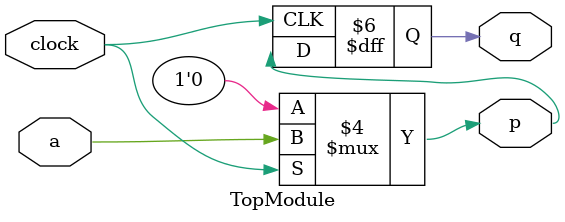
<source format=sv>

module TopModule (
  input clock,
  input a,
  output reg p,
  output reg q
);

always @(clock or a) begin
  if (clock) begin
    p = a;
  end else begin
    p = 0;
  end
end

always @(negedge clock) begin
  q = p;
end

endmodule

</source>
